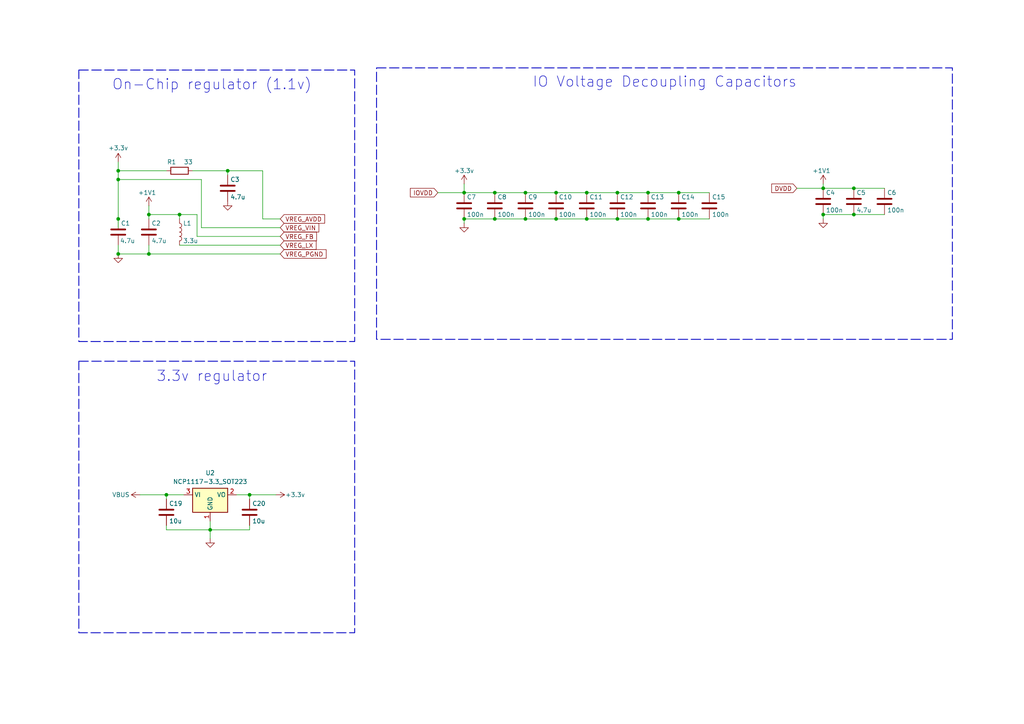
<source format=kicad_sch>
(kicad_sch (version 20231120) (generator "eeschema") (generator_version "8.0")
  (paper "A4")
  (title_block (title "RP2350B Development Board") (company "Dumblebots"))
  (lib_symbols
    (symbol "Device:C" (pin_numbers hide) (pin_names (offset 0.254))
      (property "Reference" "C" (at 0.635 2.54 0))
      (property "Value" "C" (at 0.635 -2.54 0))
      (symbol "C_0_1"
        (polyline (pts (xy -2.032 -0.762) (xy 2.032 -0.762)) (stroke (width 0.508)))
        (polyline (pts (xy -2.032 0.762) (xy 2.032 0.762)) (stroke (width 0.508)))
      )
      (symbol "C_1_1"
        (pin passive line (at 0 3.81 270) (length 2.794) (name "~") (number "1"))
        (pin passive line (at 0 -3.81 90) (length 2.794) (name "~") (number "2"))
      )
    )
    (symbol "Device:L" (pin_numbers hide) (pin_names (offset 1.016) hide)
      (property "Reference" "L" (at -1.27 0 90))
      (property "Value" "L" (at 1.905 0 90))
      (symbol "L_0_1"
        (arc (start 0 -2.54) (mid 0.6323 -1.905) (end 0 -1.27))
        (arc (start 0 -1.27) (mid 0.6323 -0.635) (end 0 0))
        (arc (start 0 0) (mid 0.6323 0.635) (end 0 1.27))
        (arc (start 0 1.27) (mid 0.6323 1.905) (end 0 2.54))
      )
      (symbol "L_1_1"
        (pin passive line (at 0 3.81 270) (length 1.27) (name "1") (number "1"))
        (pin passive line (at 0 -3.81 90) (length 1.27) (name "2") (number "2"))
      )
    )
    (symbol "Device:R" (pin_numbers hide) (pin_names (offset 0))
      (property "Reference" "R" (at 2.032 0 90))
      (property "Value" "R" (at 0 0 90))
      (symbol "R_0_1"
        (rectangle (start -1.016 -2.54) (end 1.016 2.54) (stroke (width 0.254)))
      )
      (symbol "R_1_1"
        (pin passive line (at 0 3.81 270) (length 1.27) (name "~") (number "1"))
        (pin passive line (at 0 -3.81 90) (length 1.27) (name "~") (number "2"))
      )
    )
    (symbol "Regulator_Linear:NCP1117-3.3_SOT223"
      (property "Reference" "U" (at -3.81 3.175 0))
      (property "Value" "NCP1117-3.3_SOT223" (at 0 3.175 0))
      (symbol "NCP1117-3.3_SOT223_0_1"
        (rectangle (start -5.08 -5.08) (end 5.08 1.905) (stroke (width 0.254)) (fill (type background)))
      )
      (symbol "NCP1117-3.3_SOT223_1_1"
        (pin power_in line (at 0 -7.62 90) (length 2.54) (name "GND") (number "1"))
        (pin power_out line (at 7.62 0 180) (length 2.54) (name "VO") (number "2"))
        (pin power_in line (at -7.62 0 0) (length 2.54) (name "VI") (number "3"))
      )
    )
    (symbol "power:+1V1" (power) (pin_numbers hide) (pin_names (offset 0) hide)
      (property "Value" "+1V1" (at 0 3.556 0))
      (symbol "+1V1_0_1"
        (polyline (pts (xy -0.762 1.27) (xy 0 2.54)))
        (polyline (pts (xy 0 0) (xy 0 2.54)))
        (polyline (pts (xy 0 2.54) (xy 0.762 1.27)))
      )
      (symbol "+1V1_1_1"
        (pin power_in line (at 0 0 90) (length 0) (name "~") (number "1"))
      )
    )
    (symbol "power:+3.3V" (power) (pin_numbers hide) (pin_names (offset 0) hide)
      (property "Value" "+3.3V" (at 0 3.556 0))
      (symbol "+3.3V_0_1"
        (polyline (pts (xy -0.762 1.27) (xy 0 2.54)))
        (polyline (pts (xy 0 0) (xy 0 2.54)))
        (polyline (pts (xy 0 2.54) (xy 0.762 1.27)))
      )
      (symbol "+3.3V_1_1"
        (pin power_in line (at 0 0 90) (length 0) (name "~") (number "1"))
      )
    )
    (symbol "power:+3V3" (power) (pin_numbers hide) (pin_names (offset 0) hide)
      (property "Value" "+3V3" (at 0 3.556 0))
      (symbol "+3V3_0_1"
        (polyline (pts (xy -0.762 1.27) (xy 0 2.54)))
        (polyline (pts (xy 0 0) (xy 0 2.54)))
        (polyline (pts (xy 0 2.54) (xy 0.762 1.27)))
      )
      (symbol "+3V3_1_1"
        (pin power_in line (at 0 0 90) (length 0) (name "~") (number "1"))
      )
    )
    (symbol "power:GND" (power) (pin_numbers hide) (pin_names (offset 0) hide)
      (property "Value" "GND" (at 0 -3.81 0))
      (symbol "GND_0_1"
        (polyline (pts (xy 0 0) (xy 0 -1.27) (xy 1.27 -1.27) (xy 0 -2.54) (xy -1.27 -1.27) (xy 0 -1.27)))
      )
      (symbol "GND_1_1"
        (pin power_in line (at 0 0 270) (length 0) (name "~") (number "1"))
      )
    )
    (symbol "power:VBUS" (power) (pin_numbers hide) (pin_names (offset 0) hide)
      (property "Value" "VBUS" (at 0 3.556 0))
      (symbol "VBUS_0_1"
        (polyline (pts (xy -0.762 1.27) (xy 0 2.54)))
        (polyline (pts (xy 0 0) (xy 0 2.54)))
        (polyline (pts (xy 0 2.54) (xy 0.762 1.27)))
      )
      (symbol "VBUS_1_1"
        (pin power_in line (at 0 0 90) (length 0) (name "~") (number "1"))
      )
    )
  )
  (junction (at 34.29 63.5))
  (junction (at 170.18 55.88))
  (junction (at 238.76 62.23))
  (junction (at 60.96 153.67))
  (junction (at 187.96 63.5))
  (junction (at 152.4 63.5))
  (junction (at 134.62 55.88))
  (junction (at 247.65 62.23))
  (junction (at 52.07 62.23))
  (junction (at 179.07 55.88))
  (junction (at 66.04 49.53))
  (junction (at 43.18 73.66))
  (junction (at 196.85 63.5))
  (junction (at 196.85 55.88))
  (junction (at 43.18 62.23))
  (junction (at 247.65 54.61))
  (junction (at 48.26 143.51))
  (junction (at 161.29 55.88))
  (junction (at 161.29 63.5))
  (junction (at 72.39 143.51))
  (junction (at 143.51 63.5))
  (junction (at 187.96 55.88))
  (junction (at 238.76 54.61))
  (junction (at 152.4 55.88))
  (junction (at 34.29 49.53))
  (junction (at 170.18 63.5))
  (junction (at 179.07 63.5))
  (junction (at 34.29 73.66))
  (junction (at 134.62 63.5))
  (junction (at 34.29 52.07))
  (junction (at 143.51 55.88))
  (wire (pts (xy 43.18 71.12) (xy 43.18 73.66)))
  (wire (pts (xy 60.96 153.67) (xy 72.39 153.67)))
  (wire (pts (xy 43.18 62.23) (xy 52.07 62.23)))
  (wire (pts (xy 68.58 143.51) (xy 72.39 143.51)))
  (wire (pts (xy 48.26 143.51) (xy 53.34 143.51)))
  (wire (pts (xy 40.64 143.51) (xy 48.26 143.51)))
  (wire (pts (xy 60.96 153.67) (xy 60.96 156.21)))
  (wire (pts (xy 48.26 153.67) (xy 60.96 153.67)))
  (wire (pts (xy 34.29 71.12) (xy 34.29 73.66)))
  (wire (pts (xy 66.04 49.53) (xy 76.2 49.53)))
  (wire (pts (xy 196.85 63.5) (xy 205.74 63.5)))
  (wire (pts (xy 179.07 63.5) (xy 187.96 63.5)))
  (wire (pts (xy 127 55.88) (xy 134.62 55.88)))
  (wire (pts (xy 196.85 55.88) (xy 205.74 55.88)))
  (wire (pts (xy 134.62 63.5) (xy 134.62 64.77)))
  (wire (pts (xy 72.39 143.51) (xy 72.39 144.78)))
  (wire (pts (xy 247.65 62.23) (xy 256.54 62.23)))
  (wire (pts (xy 52.07 62.23) (xy 52.07 63.5)))
  (wire (pts (xy 48.26 144.78) (xy 48.26 143.51)))
  (wire (pts (xy 55.88 49.53) (xy 66.04 49.53)))
  (wire (pts (xy 34.29 49.53) (xy 48.26 49.53)))
  (wire (pts (xy 161.29 63.5) (xy 170.18 63.5)))
  (wire (pts (xy 152.4 55.88) (xy 161.29 55.88)))
  (wire (pts (xy 52.07 71.12) (xy 81.28 71.12)))
  (wire (pts (xy 152.4 63.5) (xy 161.29 63.5)))
  (wire (pts (xy 134.62 55.88) (xy 143.51 55.88)))
  (wire (pts (xy 48.26 152.4) (xy 48.26 153.67)))
  (wire (pts (xy 231.14 54.61) (xy 238.76 54.61)))
  (wire (pts (xy 238.76 62.23) (xy 238.76 63.5)))
  (wire (pts (xy 72.39 153.67) (xy 72.39 152.4)))
  (wire (pts (xy 72.39 143.51) (xy 80.01 143.51)))
  (wire (pts (xy 43.18 62.23) (xy 43.18 63.5)))
  (wire (pts (xy 34.29 63.5) (xy 34.29 66.04)))
  (wire (pts (xy 143.51 63.5) (xy 152.4 63.5)))
  (wire (pts (xy 34.29 49.53) (xy 34.29 52.07)))
  (wire (pts (xy 238.76 54.61) (xy 247.65 54.61)))
  (wire (pts (xy 34.29 46.99) (xy 34.29 49.53)))
  (wire (pts (xy 247.65 54.61) (xy 256.54 54.61)))
  (wire (pts (xy 57.15 62.23) (xy 57.15 68.58)))
  (wire (pts (xy 52.07 62.23) (xy 57.15 62.23)))
  (wire (pts (xy 34.29 52.07) (xy 58.42 52.07)))
  (wire (pts (xy 43.18 73.66) (xy 81.28 73.66)))
  (wire (pts (xy 58.42 52.07) (xy 58.42 66.04)))
  (wire (pts (xy 60.96 151.13) (xy 60.96 153.67)))
  (wire (pts (xy 58.42 66.04) (xy 81.28 66.04)))
  (wire (pts (xy 81.28 68.58) (xy 57.15 68.58)))
  (wire (pts (xy 34.29 73.66) (xy 43.18 73.66)))
  (wire (pts (xy 170.18 55.88) (xy 179.07 55.88)))
  (wire (pts (xy 179.07 55.88) (xy 187.96 55.88)))
  (wire (pts (xy 76.2 49.53) (xy 76.2 63.5)))
  (wire (pts (xy 134.62 63.5) (xy 143.51 63.5)))
  (wire (pts (xy 187.96 63.5) (xy 196.85 63.5)))
  (wire (pts (xy 238.76 62.23) (xy 247.65 62.23)))
  (wire (pts (xy 134.62 53.34) (xy 134.62 55.88)))
  (wire (pts (xy 76.2 63.5) (xy 81.28 63.5)))
  (wire (pts (xy 43.18 59.69) (xy 43.18 62.23)))
  (wire (pts (xy 238.76 53.34) (xy 238.76 54.61)))
  (wire (pts (xy 34.29 52.07) (xy 34.29 63.5)))
  (wire (pts (xy 161.29 55.88) (xy 170.18 55.88)))
  (wire (pts (xy 170.18 63.5) (xy 179.07 63.5)))
  (wire (pts (xy 143.51 55.88) (xy 152.4 55.88)))
  (wire (pts (xy 187.96 55.88) (xy 196.85 55.88)))
  (wire (pts (xy 66.04 49.53) (xy 66.04 50.8)))
  (rectangle (start 22.86 104.775) (end 102.87 183.515) (stroke (width 0.25) (type dash)))
  (rectangle (start 109.22 19.685) (end 276.225 98.425) (stroke (width 0.25) (type dash)))
  (rectangle (start 22.86 20.32) (end 102.87 99.06) (stroke (width 0.25) (type dash)))
  (text "On-Chip regulator (1.1v)" (at 61.468 24.638 0) (effects (font (size 3 3))))
  (text "IO Voltage Decoupling Capacitors" (at 192.786 23.876 0) (effects (font (size 3 3))))
  (text "3.3v regulator" (at 61.468 109.22 0) (effects (font (size 3 3))))
  (global_label "VREG_FB" (shape input) (at 81.28 68.58 0) (property "Intersheetrefs" "${INTERSHEET_REFS}" (effects (hide yes))))
  (global_label "VREG_AVDD" (shape input) (at 81.28 63.5 0) (property "Intersheetrefs" "${INTERSHEET_REFS}" (effects (hide yes))))
  (global_label "DVDD" (shape input) (at 231.14 54.61 180) (property "Intersheetrefs" "${INTERSHEET_REFS}" (effects (hide yes))))
  (global_label "VREG_VIN" (shape input) (at 81.28 66.04 0) (property "Intersheetrefs" "${INTERSHEET_REFS}" (effects (hide yes))))
  (global_label "IOVDD" (shape input) (at 127 55.88 180) (property "Intersheetrefs" "${INTERSHEET_REFS}" (effects (hide yes))))
  (global_label "VREG_LX" (shape input) (at 81.28 71.12 0) (property "Intersheetrefs" "${INTERSHEET_REFS}" (effects (hide yes))))
  (global_label "VREG_PGND" (shape input) (at 81.28 73.66 0) (property "Intersheetrefs" "${INTERSHEET_REFS}" (effects (hide yes))))
  (symbol (lib_id "Regulator_Linear:NCP1117-3.3_SOT223") (at 60.96 143.51 0) (unit 1)
    (property "Reference" "U2" (at 60.96 137.16 0))
    (property "Value" "NCP1117-3.3_SOT223" (at 60.96 139.7 0))
    (property "Footprint" "Package_TO_SOT_SMD:SOT-223-3_TabPin2" (effects (hide yes)))
    (property "Datasheet" "http://www.onsemi.com/pub_link/Collateral/NCP1117-D.PDF" (effects (hide yes)))
    (property "Description" "1A Low drop-out regulator, Fixed Output 3.3V, SOT-223" (effects (hide yes)))
  )
  (symbol (lib_id "Device:C") (at 205.74 59.69 0) (unit 1)
    (property "Reference" "C15" (at 206.502 57.15 0) (effects (justify left)))
    (property "Value" "100n" (at 206.502 62.23 0) (effects (justify left)))
    (property "Footprint" "Capacitor_SMD:C_0402_1005Metric" (effects (hide yes)))
    (property "Description" "Unpolarized capacitor" (effects (hide yes)))
  )
  (symbol (lib_id "Device:R") (at 52.07 49.53 90) (unit 1)
    (property "Reference" "R1" (at 49.784 46.99 90))
    (property "Value" "33" (at 54.61 46.99 90))
    (property "Footprint" "Resistor_SMD:R_0402_1005Metric" (effects (hide yes)))
    (property "Description" "Resistor" (effects (hide yes)))
  )
  (symbol (lib_id "Device:C") (at 256.54 58.42 0) (unit 1)
    (property "Reference" "C6" (at 257.302 55.88 0) (effects (justify left)))
    (property "Value" "100n" (at 257.302 60.96 0) (effects (justify left)))
    (property "Footprint" "Capacitor_SMD:C_0402_1005Metric" (effects (hide yes)))
    (property "Description" "Unpolarized capacitor" (effects (hide yes)))
  )
  (symbol (lib_id "power:GND") (at 134.62 64.77 0) (unit 1)
    (property "Reference" "#PWR08" (effects (hide yes)))
    (property "Value" "GND" (effects (hide yes)))
    (property "Description" "Power symbol creates a global label with name \"GND\" , ground" (effects (hide yes)))
  )
  (symbol (lib_id "Device:C") (at 179.07 59.69 0) (unit 1)
    (property "Reference" "C12" (at 179.832 57.15 0) (effects (justify left)))
    (property "Value" "100n" (at 179.832 62.23 0) (effects (justify left)))
    (property "Footprint" "Capacitor_SMD:C_0402_1005Metric" (effects (hide yes)))
    (property "Description" "Unpolarized capacitor" (effects (hide yes)))
  )
  (symbol (lib_id "Device:C") (at 196.85 59.69 0) (unit 1)
    (property "Reference" "C14" (at 197.612 57.15 0) (effects (justify left)))
    (property "Value" "100n" (at 197.612 62.23 0) (effects (justify left)))
    (property "Footprint" "Capacitor_SMD:C_0402_1005Metric" (effects (hide yes)))
    (property "Description" "Unpolarized capacitor" (effects (hide yes)))
  )
  (symbol (lib_id "power:VBUS") (at 80.01 143.51 270) (unit 1)
    (property "Reference" "#PWR022" (effects (hide yes)))
    (property "Value" "+3.3v" (at 85.598 143.51 90))
    (property "Description" "Power symbol creates a global label with name \"VBUS\"" (effects (hide yes)))
  )
  (symbol (lib_id "Device:C") (at 48.26 148.59 0) (unit 1)
    (property "Reference" "C19" (at 49.022 146.05 0) (effects (justify left)))
    (property "Value" "10u" (at 49.022 151.13 0) (effects (justify left)))
    (property "Footprint" "Capacitor_SMD:C_0402_1005Metric" (effects (hide yes)))
    (property "Description" "Unpolarized capacitor" (effects (hide yes)))
  )
  (symbol (lib_id "power:GND") (at 60.96 156.21 0) (unit 1)
    (property "Reference" "#PWR024" (effects (hide yes)))
    (property "Value" "GND" (effects (hide yes)))
    (property "Description" "Power symbol creates a global label with name \"GND\" , ground" (effects (hide yes)))
  )
  (symbol (lib_id "Device:C") (at 161.29 59.69 0) (unit 1)
    (property "Reference" "C10" (at 162.052 57.15 0) (effects (justify left)))
    (property "Value" "100n" (at 162.052 62.23 0) (effects (justify left)))
    (property "Footprint" "Capacitor_SMD:C_0402_1005Metric" (effects (hide yes)))
    (property "Description" "Unpolarized capacitor" (effects (hide yes)))
  )
  (symbol (lib_id "power:+3V3") (at 134.62 53.34 0) (unit 1)
    (property "Reference" "#PWR07" (effects (hide yes)))
    (property "Value" "+3.3v" (at 134.62 49.53 0))
    (property "Description" "Power symbol creates a global label with name \"+3V3\"" (effects (hide yes)))
  )
  (symbol (lib_id "Device:C") (at 187.96 59.69 0) (unit 1)
    (property "Reference" "C13" (at 188.722 57.15 0) (effects (justify left)))
    (property "Value" "100n" (at 188.722 62.23 0) (effects (justify left)))
    (property "Footprint" "Capacitor_SMD:C_0402_1005Metric" (effects (hide yes)))
    (property "Description" "Unpolarized capacitor" (effects (hide yes)))
  )
  (symbol (lib_id "power:+3.3V") (at 34.29 46.99 0) (unit 1)
    (property "Reference" "#PWR01" (effects (hide yes)))
    (property "Value" "+3.3v" (at 34.29 42.926 0))
    (property "Description" "Power symbol creates a global label with name \"+3.3V\"" (effects (hide yes)))
  )
  (symbol (lib_id "power:GND") (at 34.29 73.66 0) (unit 1)
    (property "Reference" "#PWR02" (effects (hide yes)))
    (property "Value" "GND" (effects (hide yes)))
    (property "Description" "Power symbol creates a global label with name \"GND\" , ground" (effects (hide yes)))
  )
  (symbol (lib_id "Device:C") (at 170.18 59.69 0) (unit 1)
    (property "Reference" "C11" (at 170.942 57.15 0) (effects (justify left)))
    (property "Value" "100n" (at 170.942 62.23 0) (effects (justify left)))
    (property "Footprint" "Capacitor_SMD:C_0402_1005Metric" (effects (hide yes)))
    (property "Description" "Unpolarized capacitor" (effects (hide yes)))
  )
  (symbol (lib_id "Device:C") (at 66.04 54.61 0) (unit 1)
    (property "Reference" "C3" (at 66.802 52.07 0) (effects (justify left)))
    (property "Value" "4.7u" (at 66.802 57.15 0) (effects (justify left)))
    (property "Footprint" "Capacitor_SMD:C_0402_1005Metric" (effects (hide yes)))
    (property "Description" "Unpolarized capacitor" (effects (hide yes)))
  )
  (symbol (lib_id "power:VBUS") (at 40.64 143.51 90) (unit 1)
    (property "Reference" "#PWR020" (effects (hide yes)))
    (property "Value" "VBUS" (at 35.052 143.51 90))
    (property "Description" "Power symbol creates a global label with name \"VBUS\"" (effects (hide yes)))
  )
  (symbol (lib_id "power:GND") (at 238.76 63.5 0) (unit 1)
    (property "Reference" "#PWR06" (effects (hide yes)))
    (property "Value" "GND" (effects (hide yes)))
    (property "Description" "Power symbol creates a global label with name \"GND\" , ground" (effects (hide yes)))
  )
  (symbol (lib_id "power:+1V1") (at 43.18 59.69 0) (unit 1)
    (property "Reference" "#PWR03" (effects (hide yes)))
    (property "Value" "+1V1" (at 42.672 55.88 0))
    (property "Description" "Power symbol creates a global label with name \"+1V1\"" (effects (hide yes)))
  )
  (symbol (lib_id "power:GND") (at 66.04 58.42 0) (unit 1)
    (property "Reference" "#PWR04" (effects (hide yes)))
    (property "Value" "GND" (effects (hide yes)))
    (property "Description" "Power symbol creates a global label with name \"GND\" , ground" (effects (hide yes)))
  )
  (symbol (lib_id "power:+1V1") (at 238.76 53.34 0) (unit 1)
    (property "Reference" "#PWR05" (effects (hide yes)))
    (property "Value" "+1V1" (at 238.252 49.53 0))
    (property "Description" "Power symbol creates a global label with name \"+1V1\"" (effects (hide yes)))
  )
  (symbol (lib_id "Device:L") (at 52.07 67.31 0) (unit 1)
    (property "Reference" "L1" (at 53.086 64.77 0) (effects (justify left)))
    (property "Value" "3.3u" (at 53.086 69.85 0) (effects (justify left)))
    (property "Footprint" "Inductor_SMD:L_0805_2012Metric" (effects (hide yes)))
    (property "Description" "Inductor" (effects (hide yes)))
  )
  (symbol (lib_id "Device:C") (at 247.65 58.42 0) (unit 1)
    (property "Reference" "C5" (at 248.412 55.88 0) (effects (justify left)))
    (property "Value" "4.7u" (at 248.412 60.96 0) (effects (justify left)))
    (property "Footprint" "Capacitor_SMD:C_0402_1005Metric" (effects (hide yes)))
    (property "Description" "Unpolarized capacitor" (effects (hide yes)))
  )
  (symbol (lib_id "Device:C") (at 143.51 59.69 0) (unit 1)
    (property "Reference" "C8" (at 144.272 57.15 0) (effects (justify left)))
    (property "Value" "100n" (at 144.272 62.23 0) (effects (justify left)))
    (property "Footprint" "Capacitor_SMD:C_0402_1005Metric" (effects (hide yes)))
    (property "Description" "Unpolarized capacitor" (effects (hide yes)))
  )
  (symbol (lib_id "Device:C") (at 43.18 67.31 0) (unit 1)
    (property "Reference" "C2" (at 43.942 64.77 0) (effects (justify left)))
    (property "Value" "4.7u" (at 43.942 69.85 0) (effects (justify left)))
    (property "Footprint" "Capacitor_SMD:C_0402_1005Metric" (effects (hide yes)))
    (property "Description" "Unpolarized capacitor" (effects (hide yes)))
  )
  (symbol (lib_id "Device:C") (at 72.39 148.59 0) (unit 1)
    (property "Reference" "C20" (at 73.152 146.05 0) (effects (justify left)))
    (property "Value" "10u" (at 73.152 151.13 0) (effects (justify left)))
    (property "Footprint" "Capacitor_SMD:C_0402_1005Metric" (effects (hide yes)))
    (property "Description" "Unpolarized capacitor" (effects (hide yes)))
  )
  (symbol (lib_id "Device:C") (at 34.29 67.31 0) (unit 1)
    (property "Reference" "C1" (at 35.052 64.77 0) (effects (justify left)))
    (property "Value" "4.7u" (at 34.798 69.85 0) (effects (justify left)))
    (property "Footprint" "Capacitor_SMD:C_0402_1005Metric" (effects (hide yes)))
    (property "Description" "Unpolarized capacitor" (effects (hide yes)))
  )
  (symbol (lib_id "Device:C") (at 238.76 58.42 0) (unit 1)
    (property "Reference" "C4" (at 239.522 55.88 0) (effects (justify left)))
    (property "Value" "100n" (at 239.522 60.96 0) (effects (justify left)))
    (property "Footprint" "Capacitor_SMD:C_0402_1005Metric" (effects (hide yes)))
    (property "Description" "Unpolarized capacitor" (effects (hide yes)))
  )
  (symbol (lib_id "Device:C") (at 152.4 59.69 0) (unit 1)
    (property "Reference" "C9" (at 153.162 57.15 0) (effects (justify left)))
    (property "Value" "100n" (at 153.162 62.23 0) (effects (justify left)))
    (property "Footprint" "Capacitor_SMD:C_0402_1005Metric" (effects (hide yes)))
    (property "Description" "Unpolarized capacitor" (effects (hide yes)))
  )
  (symbol (lib_id "Device:C") (at 134.62 59.69 0) (unit 1)
    (property "Reference" "C7" (at 135.382 57.15 0) (effects (justify left)))
    (property "Value" "100n" (at 135.382 62.23 0) (effects (justify left)))
    (property "Footprint" "Capacitor_SMD:C_0402_1005Metric" (effects (hide yes)))
    (property "Description" "Unpolarized capacitor" (effects (hide yes)))
  )
)
</source>
